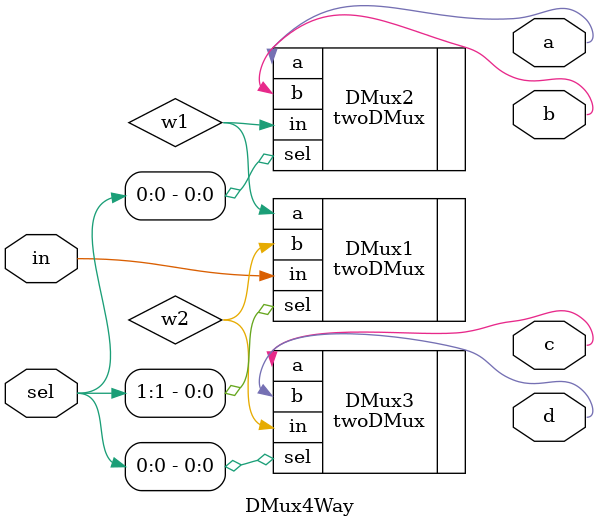
<source format=v>
module DMux4Way (in,sel,a,b,c,d);
	
	input in;
	input [1:0] sel;
	output a,b,c,d;
	wire w1, w2;
	
	twoDMux DMux1(
	.in(in),
	.sel(sel[1]),
	.a(w1),
	.b(w2));
	
	twoDMux DMux2(
	.in(w1),
	.sel(sel[0]),
	.a(a),
	.b(b));
	
	twoDMux DMux3(
	.in(w2),
	.sel(sel[0]),
	.a(c),
	.b(d));
	
endmodule
</source>
